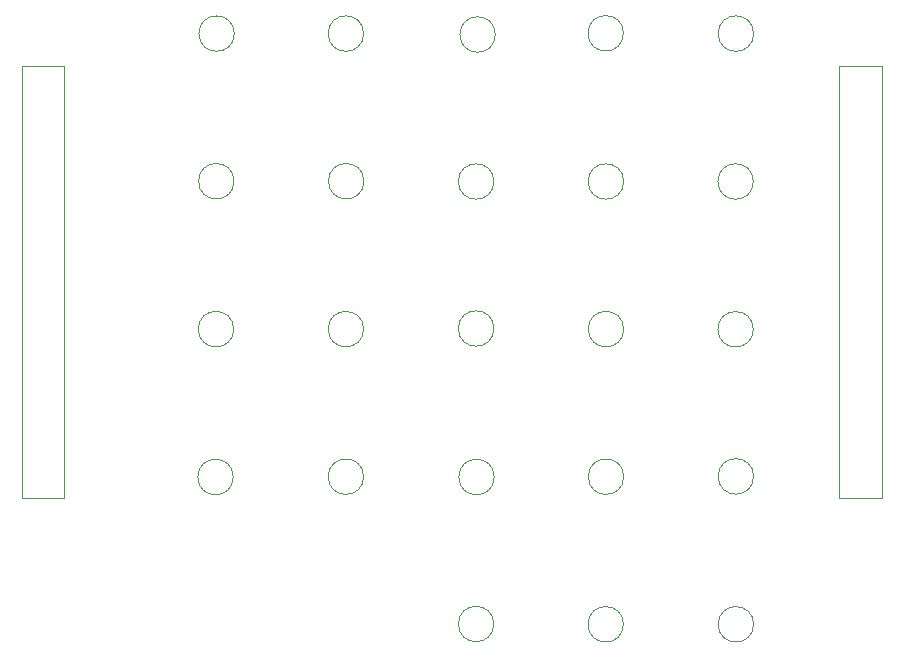
<source format=gbr>
%TF.GenerationSoftware,KiCad,Pcbnew,(6.0.2)*%
%TF.CreationDate,2022-05-27T20:06:33-04:00*%
%TF.ProjectId,top,746f702e-6b69-4636-9164-5f7063625858,rev?*%
%TF.SameCoordinates,Original*%
%TF.FileFunction,Other,User*%
%FSLAX46Y46*%
G04 Gerber Fmt 4.6, Leading zero omitted, Abs format (unit mm)*
G04 Created by KiCad (PCBNEW (6.0.2)) date 2022-05-27 20:06:33*
%MOMM*%
%LPD*%
G01*
G04 APERTURE LIST*
%ADD10C,0.050000*%
G04 APERTURE END LIST*
D10*
%TO.C,J20*%
X163486740Y-123772000D02*
G75*
G03*
X163486740Y-123772000I-1500000J0D01*
G01*
%TO.C,J18*%
X130542940Y-73759400D02*
G75*
G03*
X130542940Y-73759400I-1500000J0D01*
G01*
%TO.C,J15*%
X130452400Y-111300600D02*
G75*
G03*
X130452400Y-111300600I-1500000J0D01*
G01*
%TO.C,J12*%
X174484940Y-86281600D02*
G75*
G03*
X174484940Y-86281600I-1500000J0D01*
G01*
%TO.C,J28*%
X152513940Y-86281600D02*
G75*
G03*
X152513940Y-86281600I-1500000J0D01*
G01*
%TO.C,J8*%
X174484940Y-98791100D02*
G75*
G03*
X174484940Y-98791100I-1500000J0D01*
G01*
%TO.C,J7*%
X152640940Y-73835600D02*
G75*
G03*
X152640940Y-73835600I-1500000J0D01*
G01*
%TO.C,J4*%
X152552400Y-111300600D02*
G75*
G03*
X152552400Y-111300600I-1500000J0D01*
G01*
%TO.C,J13*%
X163507060Y-86281600D02*
G75*
G03*
X163507060Y-86281600I-1500000J0D01*
G01*
%TO.C,J9*%
X163512140Y-98778400D02*
G75*
G03*
X163512140Y-98778400I-1500000J0D01*
G01*
%TO.C,J29*%
X181752400Y-113100000D02*
X185352400Y-113100000D01*
X185352400Y-76500000D02*
X181752400Y-76500000D01*
X181752400Y-76500000D02*
X181752400Y-113100000D01*
X185352400Y-113100000D02*
X185352400Y-76500000D01*
%TO.C,J21*%
X152513940Y-123746600D02*
G75*
G03*
X152513940Y-123746600I-1500000J0D01*
G01*
%TO.C,J24*%
X130517540Y-86256200D02*
G75*
G03*
X130517540Y-86256200I-1500000J0D01*
G01*
%TO.C,J14*%
X141515740Y-86256200D02*
G75*
G03*
X141515740Y-86256200I-1500000J0D01*
G01*
%TO.C,J10*%
X152513940Y-98727600D02*
G75*
G03*
X152513940Y-98727600I-1500000J0D01*
G01*
%TO.C,J19*%
X174510340Y-123772000D02*
G75*
G03*
X174510340Y-123772000I-1500000J0D01*
G01*
%TO.C,J22*%
X141490340Y-111275200D02*
G75*
G03*
X141490340Y-111275200I-1500000J0D01*
G01*
%TO.C,J30*%
X116152400Y-76500000D02*
X112552400Y-76500000D01*
X112552400Y-113100000D02*
X116152400Y-113100000D01*
X112552400Y-76500000D02*
X112552400Y-113100000D01*
X116152400Y-113100000D02*
X116152400Y-76500000D01*
%TO.C,J23*%
X130492140Y-98778400D02*
G75*
G03*
X130492140Y-98778400I-1500000J0D01*
G01*
%TO.C,J16*%
X163486740Y-73734000D02*
G75*
G03*
X163486740Y-73734000I-1500000J0D01*
G01*
%TO.C,J11*%
X141490340Y-98778400D02*
G75*
G03*
X141490340Y-98778400I-1500000J0D01*
G01*
%TO.C,J6*%
X174510340Y-111249800D02*
G75*
G03*
X174510340Y-111249800I-1500000J0D01*
G01*
%TO.C,J25*%
X141490340Y-73759400D02*
G75*
G03*
X141490340Y-73759400I-1500000J0D01*
G01*
%TO.C,J5*%
X163512140Y-111275200D02*
G75*
G03*
X163512140Y-111275200I-1500000J0D01*
G01*
%TO.C,J17*%
X174510340Y-73759400D02*
G75*
G03*
X174510340Y-73759400I-1500000J0D01*
G01*
%TD*%
M02*

</source>
